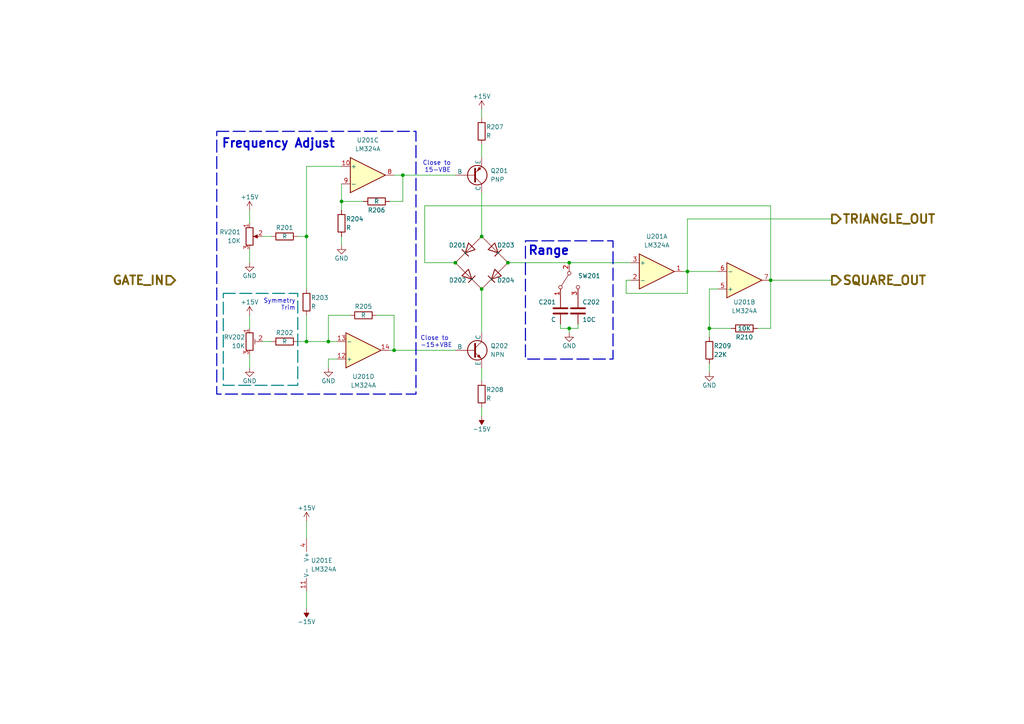
<source format=kicad_sch>
(kicad_sch (version 20230121) (generator eeschema)
  (paper "A4")
  (title_block (title "Diode Bridge Square/Triangle Oscillator") (date "2024-02-24") (rev "0") (company "ZAM Industries, LLC") (comment 1 "Drawn by: Mark Vaughn"))
  (lib_symbols
    (symbol "Amplifier_Operational:LM324A" (pin_names (offset 0.127))
      (property "Reference" "U" (at 0 5.08 0))
      (property "Value" "LM324A" (at 0 -5.08 0))
      (symbol "LM324A_1_1"
        (polyline (pts (xy -5.08 5.08) (xy 5.08 0) (xy -5.08 -5.08) (xy -5.08 5.08)) (stroke (width 0.254)) (fill (type background)))
        (pin output line (at 7.62 0 180) (length 2.54) (name "~") (number "1"))
        (pin input line (at -7.62 -2.54 0) (length 2.54) (name "-") (number "2"))
        (pin input line (at -7.62 2.54 0) (length 2.54) (name "+") (number "3"))
      )
      (symbol "LM324A_2_1"
        (polyline (pts (xy -5.08 5.08) (xy 5.08 0) (xy -5.08 -5.08) (xy -5.08 5.08)) (stroke (width 0.254)) (fill (type background)))
        (pin input line (at -7.62 2.54 0) (length 2.54) (name "+") (number "5"))
        (pin input line (at -7.62 -2.54 0) (length 2.54) (name "-") (number "6"))
        (pin output line (at 7.62 0 180) (length 2.54) (name "~") (number "7"))
      )
      (symbol "LM324A_3_1"
        (polyline (pts (xy -5.08 5.08) (xy 5.08 0) (xy -5.08 -5.08) (xy -5.08 5.08)) (stroke (width 0.254)) (fill (type background)))
        (pin input line (at -7.62 2.54 0) (length 2.54) (name "+") (number "10"))
        (pin output line (at 7.62 0 180) (length 2.54) (name "~") (number "8"))
        (pin input line (at -7.62 -2.54 0) (length 2.54) (name "-") (number "9"))
      )
      (symbol "LM324A_4_1"
        (polyline (pts (xy -5.08 5.08) (xy 5.08 0) (xy -5.08 -5.08) (xy -5.08 5.08)) (stroke (width 0.254)) (fill (type background)))
        (pin input line (at -7.62 2.54 0) (length 2.54) (name "+") (number "12"))
        (pin input line (at -7.62 -2.54 0) (length 2.54) (name "-") (number "13"))
        (pin output line (at 7.62 0 180) (length 2.54) (name "~") (number "14"))
      )
      (symbol "LM324A_5_1"
        (pin power_in line (at -2.54 -7.62 90) (length 3.81) (name "V-") (number "11"))
        (pin power_in line (at -2.54 7.62 270) (length 3.81) (name "V+") (number "4"))
      )
    )
    (symbol "Device:C" (pin_numbers hide) (pin_names (offset 0.254))
      (property "Reference" "C" (at 0.635 2.54 0))
      (property "Value" "C" (at 0.635 -2.54 0))
      (symbol "C_0_1"
        (polyline (pts (xy -2.032 -0.762) (xy 2.032 -0.762)) (stroke (width 0.508)))
        (polyline (pts (xy -2.032 0.762) (xy 2.032 0.762)) (stroke (width 0.508)))
      )
      (symbol "C_1_1"
        (pin passive line (at 0 3.81 270) (length 2.794) (name "~") (number "1"))
        (pin passive line (at 0 -3.81 90) (length 2.794) (name "~") (number "2"))
      )
    )
    (symbol "Device:R" (pin_numbers hide) (pin_names (offset 0))
      (property "Reference" "R" (at 2.032 0 90))
      (property "Value" "R" (at 0 0 90))
      (symbol "R_0_1"
        (rectangle (start -1.016 -2.54) (end 1.016 2.54) (stroke (width 0.254)))
      )
      (symbol "R_1_1"
        (pin passive line (at 0 3.81 270) (length 1.27) (name "~") (number "1"))
        (pin passive line (at 0 -3.81 90) (length 1.27) (name "~") (number "2"))
      )
    )
    (symbol "Device:R_Potentiometer" (pin_names (offset 1.016) hide)
      (property "Reference" "RV" (at -4.445 0 90))
      (property "Value" "R_Potentiometer" (at -2.54 0 90))
      (symbol "R_Potentiometer_0_1"
        (polyline (pts (xy 2.54 0) (xy 1.524 0)))
        (polyline (pts (xy 1.143 0) (xy 2.286 0.508) (xy 2.286 -0.508) (xy 1.143 0)) (fill (type outline)))
        (rectangle (start 1.016 2.54) (end -1.016 -2.54) (stroke (width 0.254)))
      )
      (symbol "R_Potentiometer_1_1"
        (pin passive line (at 0 3.81 270) (length 1.27) (name "1") (number "1"))
        (pin passive line (at 3.81 0 180) (length 1.27) (name "2") (number "2"))
        (pin passive line (at 0 -3.81 90) (length 1.27) (name "3") (number "3"))
      )
    )
    (symbol "Device:R_Potentiometer_Trim" (pin_names (offset 1.016) hide)
      (property "Reference" "RV" (at -4.445 0 90))
      (property "Value" "R_Potentiometer_Trim" (at -2.54 0 90))
      (symbol "R_Potentiometer_Trim_0_1"
        (polyline (pts (xy 1.524 0.762) (xy 1.524 -0.762)))
        (polyline (pts (xy 2.54 0) (xy 1.524 0)))
        (rectangle (start 1.016 2.54) (end -1.016 -2.54) (stroke (width 0.254)))
      )
      (symbol "R_Potentiometer_Trim_1_1"
        (pin passive line (at 0 3.81 270) (length 1.27) (name "1") (number "1"))
        (pin passive line (at 3.81 0 180) (length 1.27) (name "2") (number "2"))
        (pin passive line (at 0 -3.81 90) (length 1.27) (name "3") (number "3"))
      )
    )
    (symbol "Lab06:D_45" (pin_numbers hide) (pin_names hide)
      (property "Reference" "D?" (at -2.54 2.54 0))
      (symbol "D_45_0_1"
        (polyline (pts (xy -1.905 0) (xy 0 -1.905)) (stroke (width 0.254)))
        (polyline (pts (xy -0.9525 -0.9525) (xy -3.81 -3.81)))
        (polyline (pts (xy 0.9525 0.9525) (xy -0.9525 -0.9525)))
        (polyline (pts (xy 0.9525 0.9525) (xy 3.81 3.81)))
        (polyline (pts (xy 0 1.905) (xy 1.905 0) (xy -0.9525 -0.9525) (xy 0 1.905)) (stroke (width 0.254)))
      )
      (symbol "D_45_1_1"
        (pin passive line (at -3.81 -3.81 0) (length 0) (name "K") (number "1"))
        (pin passive line (at 3.81 3.81 180) (length 0) (name "A") (number "2"))
      )
    )
    (symbol "Lab06:SW_SPDT" (pin_names (offset 0) hide)
      (property "Reference" "SW" (at 0 4.318 0))
      (property "Value" "SW_SPDT" (at 0 -5.08 0))
      (symbol "SW_SPDT_0_0"
        (circle (center -2.032 0) (radius 0.508))
        (circle (center 2.032 -2.54) (radius 0.508))
      )
      (symbol "SW_SPDT_0_1"
        (polyline (pts (xy -1.524 0.254) (xy 1.651 2.286)))
        (circle (center 2.032 2.54) (radius 0.508))
      )
      (symbol "SW_SPDT_1_1"
        (pin passive line (at 5.08 2.54 180) (length 2.54) (name "A") (number "1"))
        (pin passive line (at -5.08 0 0) (length 2.54) (name "B") (number "2"))
        (pin passive line (at 5.08 -2.54 180) (length 2.54) (name "C") (number "3"))
      )
    )
    (symbol "Simulation_SPICE:NPN" (pin_numbers hide) (pin_names (offset 0))
      (property "Reference" "Q" (at -2.54 7.62 0))
      (property "Value" "NPN" (at -2.54 5.08 0))
      (symbol "NPN_0_1"
        (polyline (pts (xy -2.54 0) (xy 0.635 0)) (stroke (width 0.1524)))
        (polyline (pts (xy 0.635 0.635) (xy 2.54 2.54)))
        (polyline (pts (xy 2.794 -1.27) (xy 2.794 -1.27)) (stroke (width 0.1524)))
        (polyline (pts (xy 2.794 -1.27) (xy 2.794 -1.27)) (stroke (width 0.1524)))
        (polyline (pts (xy 0.635 -0.635) (xy 2.54 -2.54) (xy 2.54 -2.54)))
        (polyline (pts (xy 0.635 1.905) (xy 0.635 -1.905) (xy 0.635 -1.905)) (stroke (width 0.508)))
        (polyline (pts (xy 1.27 -1.778) (xy 1.778 -1.27) (xy 2.286 -2.286) (xy 1.27 -1.778) (xy 1.27 -1.778)) (fill (type outline)))
        (circle (center 1.27 0) (radius 2.8194) (stroke (width 0.254)))
      )
      (symbol "NPN_1_1"
        (pin open_collector line (at 2.54 5.08 270) (length 2.54) (name "C") (number "1"))
        (pin input line (at -5.08 0 0) (length 2.54) (name "B") (number "2"))
        (pin open_emitter line (at 2.54 -5.08 90) (length 2.54) (name "E") (number "3"))
      )
    )
    (symbol "Simulation_SPICE:PNP" (pin_numbers hide) (pin_names (offset 0))
      (property "Reference" "Q" (at -2.54 7.62 0))
      (property "Value" "PNP" (at -2.54 5.08 0))
      (symbol "PNP_0_1"
        (polyline (pts (xy -2.54 0) (xy 0.635 0)) (stroke (width 0.1524)))
        (polyline (pts (xy 0.635 0.635) (xy 2.54 2.54)))
        (polyline (pts (xy 0.635 -0.635) (xy 2.54 -2.54) (xy 2.54 -2.54)))
        (polyline (pts (xy 0.635 1.905) (xy 0.635 -1.905) (xy 0.635 -1.905)) (stroke (width 0.508)))
        (polyline (pts (xy 2.286 -1.778) (xy 1.778 -2.286) (xy 1.27 -1.27) (xy 2.286 -1.778) (xy 2.286 -1.778)) (fill (type outline)))
        (circle (center 1.27 0) (radius 2.8194) (stroke (width 0.254)))
      )
      (symbol "PNP_1_1"
        (pin open_collector line (at 2.54 5.08 270) (length 2.54) (name "C") (number "1"))
        (pin input line (at -5.08 0 0) (length 2.54) (name "B") (number "2"))
        (pin open_emitter line (at 2.54 -5.08 90) (length 2.54) (name "E") (number "3"))
      )
    )
    (symbol "power:+15V" (power) (pin_names (offset 0))
      (property "Value" "+15V" (at 0 3.556 0))
      (symbol "+15V_0_1"
        (polyline (pts (xy -0.762 1.27) (xy 0 2.54)))
        (polyline (pts (xy 0 0) (xy 0 2.54)))
        (polyline (pts (xy 0 2.54) (xy 0.762 1.27)))
      )
      (symbol "+15V_1_1"
        (pin power_in line (at 0 0 90) (length 0) hide (name "+15V") (number "1"))
      )
    )
    (symbol "power:-15V" (power) (pin_names (offset 0))
      (property "Value" "-15V" (at 0 3.81 0))
      (symbol "-15V_0_0"
        (pin power_in line (at 0 0 90) (length 0) hide (name "-15V") (number "1"))
      )
      (symbol "-15V_0_1"
        (polyline (pts (xy 0 0) (xy 0 1.27) (xy 0.762 1.27) (xy 0 2.54) (xy -0.762 1.27) (xy 0 1.27)) (fill (type outline)))
      )
    )
    (symbol "power:GND" (power) (pin_names (offset 0))
      (property "Value" "GND" (at 0 -3.81 0))
      (symbol "GND_0_1"
        (polyline (pts (xy 0 0) (xy 0 -1.27) (xy 1.27 -1.27) (xy 0 -2.54) (xy -1.27 -1.27) (xy 0 -1.27)))
      )
      (symbol "GND_1_1"
        (pin power_in line (at 0 0 270) (length 0) hide (name "GND") (number "1"))
      )
    )
  )
  (junction (at 88.9 68.58))
  (junction (at 205.74 95.25))
  (junction (at 165.1 76.2))
  (junction (at 99.06 58.42))
  (junction (at 147.32 76.2))
  (junction (at 95.25 99.06))
  (junction (at 165.1 95.25))
  (junction (at 114.3 101.6))
  (junction (at 223.52 81.28))
  (junction (at 88.9 99.06))
  (junction (at 116.84 50.8))
  (junction (at 139.7 68.58))
  (junction (at 199.39 78.74))
  (junction (at 132.08 76.2))
  (junction (at 139.7 83.82))
  (wire (pts (xy 139.7 83.82) (xy 139.7 96.52)))
  (wire (pts (xy 95.25 91.44) (xy 95.25 99.06)))
  (wire (pts (xy 95.25 104.14) (xy 97.79 104.14)))
  (wire (pts (xy 165.1 95.25) (xy 165.1 96.52)))
  (wire (pts (xy 95.25 91.44) (xy 101.6 91.44)))
  (wire (pts (xy 123.19 76.2) (xy 132.08 76.2)))
  (wire (pts (xy 72.39 60.96) (xy 72.39 64.77)))
  (wire (pts (xy 223.52 95.25) (xy 223.52 81.28)))
  (wire (pts (xy 109.22 91.44) (xy 114.3 91.44)))
  (wire (pts (xy 88.9 68.58) (xy 88.9 83.82)))
  (wire (pts (xy 72.39 91.44) (xy 72.39 95.25)))
  (wire (pts (xy 86.36 99.06) (xy 88.9 99.06)))
  (wire (pts (xy 99.06 48.26) (xy 88.9 48.26)))
  (wire (pts (xy 167.64 95.25) (xy 165.1 95.25)))
  (wire (pts (xy 76.2 99.06) (xy 78.74 99.06)))
  (wire (pts (xy 181.61 81.28) (xy 181.61 85.09)))
  (wire (pts (xy 95.25 106.68) (xy 95.25 104.14)))
  (wire (pts (xy 223.52 81.28) (xy 223.52 59.69)))
  (wire (pts (xy 86.36 68.58) (xy 88.9 68.58)))
  (wire (pts (xy 99.06 71.12) (xy 99.06 68.58)))
  (wire (pts (xy 88.9 48.26) (xy 88.9 68.58)))
  (wire (pts (xy 199.39 78.74) (xy 198.12 78.74)))
  (wire (pts (xy 219.71 95.25) (xy 223.52 95.25)))
  (wire (pts (xy 114.3 91.44) (xy 114.3 101.6)))
  (wire (pts (xy 199.39 63.5) (xy 241.3 63.5)))
  (wire (pts (xy 199.39 78.74) (xy 199.39 63.5)))
  (wire (pts (xy 205.74 95.25) (xy 205.74 83.82)))
  (wire (pts (xy 208.28 78.74) (xy 199.39 78.74)))
  (wire (pts (xy 165.1 76.2) (xy 182.88 76.2)))
  (wire (pts (xy 223.52 59.69) (xy 123.19 59.69)))
  (wire (pts (xy 182.88 81.28) (xy 181.61 81.28)))
  (wire (pts (xy 113.03 58.42) (xy 116.84 58.42)))
  (wire (pts (xy 116.84 58.42) (xy 116.84 50.8)))
  (wire (pts (xy 95.25 99.06) (xy 97.79 99.06)))
  (wire (pts (xy 199.39 85.09) (xy 199.39 78.74)))
  (wire (pts (xy 205.74 97.79) (xy 205.74 95.25)))
  (wire (pts (xy 105.41 58.42) (xy 99.06 58.42)))
  (wire (pts (xy 139.7 45.72) (xy 139.7 41.91)))
  (wire (pts (xy 99.06 60.96) (xy 99.06 58.42)))
  (wire (pts (xy 162.56 93.98) (xy 162.56 95.25)))
  (wire (pts (xy 88.9 91.44) (xy 88.9 99.06)))
  (wire (pts (xy 88.9 176.53) (xy 88.9 171.45)))
  (wire (pts (xy 99.06 58.42) (xy 99.06 53.34)))
  (wire (pts (xy 212.09 95.25) (xy 205.74 95.25)))
  (wire (pts (xy 72.39 76.2) (xy 72.39 72.39)))
  (wire (pts (xy 114.3 50.8) (xy 116.84 50.8)))
  (wire (pts (xy 72.39 106.68) (xy 72.39 102.87)))
  (wire (pts (xy 181.61 85.09) (xy 199.39 85.09)))
  (wire (pts (xy 113.03 101.6) (xy 114.3 101.6)))
  (wire (pts (xy 88.9 99.06) (xy 95.25 99.06)))
  (wire (pts (xy 139.7 31.75) (xy 139.7 34.29)))
  (wire (pts (xy 139.7 106.68) (xy 139.7 110.49)))
  (wire (pts (xy 167.64 93.98) (xy 167.64 95.25)))
  (wire (pts (xy 139.7 120.65) (xy 139.7 118.11)))
  (wire (pts (xy 123.19 59.69) (xy 123.19 76.2)))
  (wire (pts (xy 88.9 151.13) (xy 88.9 156.21)))
  (wire (pts (xy 205.74 83.82) (xy 208.28 83.82)))
  (wire (pts (xy 223.52 81.28) (xy 241.3 81.28)))
  (wire (pts (xy 162.56 95.25) (xy 165.1 95.25)))
  (wire (pts (xy 116.84 50.8) (xy 132.08 50.8)))
  (wire (pts (xy 76.2 68.58) (xy 78.74 68.58)))
  (wire (pts (xy 147.32 76.2) (xy 165.1 76.2)))
  (wire (pts (xy 114.3 101.6) (xy 132.08 101.6)))
  (wire (pts (xy 139.7 55.88) (xy 139.7 68.58)))
  (wire (pts (xy 205.74 107.95) (xy 205.74 105.41)))
  (rectangle (start 62.865 38.1) (end 120.65 114.3) (stroke (width 0.3175) (type dash)))
  (rectangle (start 64.77 85.09) (end 86.36 111.76) (stroke (width 0.3175) (type dash) (color 0 132 132 1)))
  (rectangle (start 152.4 69.85) (end 177.8 104.14) (stroke (width 0.3175) (type dash)))
  (text "Close to\n-15+VBE" (at 121.92 100.965 0) (effects (font (size 1.27 1.27)) (justify left bottom)))
  (text "Symmetry\nTrim" (at 85.725 90.17 0) (effects (font (size 1.27 1.27)) (justify right bottom)))
  (text "Close to\n15-VBE" (at 130.81 50.165 0) (effects (font (size 1.27 1.27)) (justify right bottom)))
  (text "Range" (at 153.035 74.295 0) (effects (font (size 2.54 2.54) (thickness 0.508) bold) (justify left bottom)))
  (text "Frequency Adjust" (at 64.135 43.18 0) (effects (font (size 2.54 2.54) (thickness 0.508) bold) (justify left bottom)))
  (hierarchical_label "TRIANGLE_OUT" (shape output) (at 241.3 63.5 0) (effects (font (size 2.54 2.54) (thickness 0.508) bold)))
  (hierarchical_label "GATE_IN" (shape input) (at 50.8 81.28 180) (effects (font (size 2.54 2.54) (thickness 0.508) bold)))
  (hierarchical_label "SQUARE_OUT" (shape output) (at 241.3 81.28 0) (effects (font (size 2.54 2.54) (thickness 0.508) bold)))
  (symbol (lib_id "Device:R_Potentiometer") (at 72.39 68.58 0) (unit 1)
    (property "Reference" "RV201" (at 69.85 67.31 0) (effects (justify right)))
    (property "Value" "10K" (at 69.85 69.85 0) (effects (justify right)))
  )
  (symbol (lib_id "Device:R") (at 88.9 87.63 0) (unit 1)
    (property "Reference" "R203" (at 90.17 86.36 0) (effects (justify left)))
    (property "Value" "R" (at 90.17 88.9 0) (effects (justify left)))
  )
  (symbol (lib_id "Simulation_SPICE:NPN") (at 137.16 101.6 0) (unit 1)
    (property "Reference" "Q202" (at 142.24 100.33 0) (effects (justify left)))
    (property "Value" "NPN" (at 142.24 102.87 0) (effects (justify left)))
    (property "Sim.Device" "NPN" (effects hide))
    (property "Sim.Type" "GUMMELPOON" (effects hide))
    (property "Sim.Pins" "1=C 2=B 3=E" (effects hide))
  )
  (symbol (lib_id "Lab06:SW_SPDT") (at 165.1 81.28 90) (mirror x) (unit 1)
    (property "Reference" "SW201" (at 167.64 80.01 90) (effects (justify right)))
    (property "Value" "RANGE" (effects hide))
  )
  (symbol (lib_id "power:-15V") (at 139.7 120.65 0) (mirror x) (unit 1)
    (property "Reference" "#PWR02" (effects hide))
    (property "Value" "-15V" (at 139.7 124.46 0))
    (instances (project "Lab06" (path "" (reference "#PWR02") (unit 1)) (path "" (reference "#PWR0210") (unit 1))))
  )
  (symbol (lib_id "Amplifier_Operational:LM324A") (at 91.44 163.83 0) (unit 5)
    (property "Reference" "U201" (at 90.17 162.56 0) (effects (justify left)))
    (property "Value" "LM324A" (at 90.17 165.1 0) (effects (justify left)))
    (property "Datasheet" "http://www.ti.com/lit/ds/symlink/lm2902-n.pdf" (effects hide))
  )
  (symbol (lib_id "power:GND") (at 72.39 76.2 0) (unit 1)
    (property "Reference" "#PWR0202" (effects hide))
    (property "Value" "GND" (at 72.39 80.01 0))
  )
  (symbol (lib_id "Device:C") (at 167.64 90.17 0) (unit 1)
    (property "Reference" "C202" (at 168.91 87.63 0) (effects (justify left)))
    (property "Value" "10C" (at 168.91 92.71 0) (effects (justify left)))
  )
  (symbol (lib_id "Device:R") (at 82.55 99.06 90) (unit 1)
    (property "Reference" "R202" (at 82.55 96.52 90))
    (property "Value" "R" (at 82.55 99.06 90))
  )
  (symbol (lib_id "Device:R") (at 205.74 101.6 0) (unit 1)
    (property "Reference" "R209" (at 207.01 100.33 0) (effects (justify left)))
    (property "Value" "22K" (at 207.01 102.87 0) (effects (justify left)))
  )
  (symbol (lib_id "Amplifier_Operational:LM324A") (at 105.41 101.6 0) (mirror x) (unit 4)
    (property "Reference" "U201" (at 105.41 109.22 0))
    (property "Value" "LM324A" (at 105.41 111.76 0))
    (property "Datasheet" "http://www.ti.com/lit/ds/symlink/lm2902-n.pdf" (effects hide))
  )
  (symbol (lib_id "Device:R") (at 82.55 68.58 90) (unit 1)
    (property "Reference" "R201" (at 82.55 66.04 90))
    (property "Value" "R" (at 82.55 68.58 90))
  )
  (symbol (lib_id "Amplifier_Operational:LM324A") (at 190.5 78.74 0) (unit 1)
    (property "Reference" "U201" (at 190.5 68.58 0))
    (property "Value" "LM324A" (at 190.5 71.12 0))
    (property "Datasheet" "http://www.ti.com/lit/ds/symlink/lm2902-n.pdf" (effects hide))
  )
  (symbol (lib_id "Lab06:D_45") (at 135.89 80.01 90) (unit 1)
    (property "Reference" "D202" (at 130.175 81.28 90) (effects (justify right)))
    (property "Value" "~" (at 136.8425 80.9625 90))
  )
  (symbol (lib_id "power:GND") (at 95.25 106.68 0) (unit 1)
    (property "Reference" "#PWR0207" (effects hide))
    (property "Value" "GND" (at 95.25 110.49 0))
  )
  (symbol (lib_id "Device:R") (at 215.9 95.25 90) (unit 1)
    (property "Reference" "R210" (at 215.9 97.79 90))
    (property "Value" "10K" (at 215.9 95.25 90))
  )
  (symbol (lib_id "Lab06:D_45") (at 143.51 72.39 90) (unit 1)
    (property "Reference" "D203" (at 144.145 71.12 90) (effects (justify right)))
    (property "Value" "~" (at 144.4625 73.3425 90))
  )
  (symbol (lib_id "power:+15V") (at 72.39 91.44 0) (unit 1)
    (property "Reference" "#PWR01" (effects hide))
    (property "Value" "+15V" (at 72.39 87.63 0))
    (instances (project "Lab06" (path "" (reference "#PWR01") (unit 1)) (path "" (reference "#PWR0203") (unit 1))))
  )
  (symbol (lib_id "Lab06:D_45") (at 135.89 72.39 0) (unit 1)
    (property "Reference" "D201" (at 132.715 71.12 0))
    (property "Value" "~" (at 134.9375 73.3425 90))
  )
  (symbol (lib_id "Device:R") (at 105.41 91.44 90) (unit 1)
    (property "Reference" "R205" (at 105.41 88.9 90))
    (property "Value" "R" (at 105.41 91.44 90))
  )
  (symbol (lib_id "Device:R") (at 99.06 64.77 0) (unit 1)
    (property "Reference" "R204" (at 100.33 63.5 0) (effects (justify left)))
    (property "Value" "R" (at 100.33 66.04 0) (effects (justify left)))
  )
  (symbol (lib_id "power:+15V") (at 72.39 60.96 0) (unit 1)
    (property "Reference" "#PWR01" (effects hide))
    (property "Value" "+15V" (at 72.39 57.15 0))
    (instances (project "Lab06" (path "" (reference "#PWR01") (unit 1)) (path "" (reference "#PWR0201") (unit 1))))
  )
  (symbol (lib_id "Device:R") (at 109.22 58.42 90) (unit 1)
    (property "Reference" "R206" (at 109.22 60.96 90))
    (property "Value" "R" (at 109.22 58.42 90))
  )
  (symbol (lib_id "power:GND") (at 165.1 96.52 0) (unit 1)
    (property "Reference" "#PWR0211" (effects hide))
    (property "Value" "GND" (at 165.1 100.33 0))
  )
  (symbol (lib_id "power:-15V") (at 88.9 176.53 0) (mirror x) (unit 1)
    (property "Reference" "#PWR02" (effects hide))
    (property "Value" "-15V" (at 88.9 180.34 0))
    (instances (project "Lab06" (path "" (reference "#PWR02") (unit 1)) (path "" (reference "#PWR0206") (unit 1))))
  )
  (symbol (lib_id "Amplifier_Operational:LM324A") (at 215.9 81.28 0) (mirror x) (unit 2)
    (property "Reference" "U201" (at 215.9 87.63 0))
    (property "Value" "LM324A" (at 215.9 90.17 0))
    (property "Datasheet" "http://www.ti.com/lit/ds/symlink/lm2902-n.pdf" (effects hide))
  )
  (symbol (lib_id "power:GND") (at 205.74 107.95 0) (unit 1)
    (property "Reference" "#PWR0212" (effects hide))
    (property "Value" "GND" (at 205.74 111.76 0))
  )
  (symbol (lib_id "power:GND") (at 72.39 106.68 0) (unit 1)
    (property "Reference" "#PWR0204" (effects hide))
    (property "Value" "GND" (at 72.39 110.49 0))
  )
  (symbol (lib_id "Device:R") (at 139.7 38.1 0) (unit 1)
    (property "Reference" "R207" (at 140.97 36.83 0) (effects (justify left)))
    (property "Value" "R" (at 140.97 39.37 0) (effects (justify left)))
  )
  (symbol (lib_id "Device:R") (at 139.7 114.3 0) (unit 1)
    (property "Reference" "R208" (at 140.97 113.03 0) (effects (justify left)))
    (property "Value" "R" (at 140.97 115.57 0) (effects (justify left)))
  )
  (symbol (lib_id "Device:C") (at 162.56 90.17 0) (mirror y) (unit 1)
    (property "Reference" "C201" (at 161.29 87.63 0) (effects (justify left)))
    (property "Value" "C" (at 161.29 92.71 0) (effects (justify left)))
  )
  (symbol (lib_id "Lab06:D_45") (at 143.51 80.01 0) (unit 1)
    (property "Reference" "D204" (at 146.685 81.28 0))
    (property "Value" "~" (at 142.5575 80.9625 90))
  )
  (symbol (lib_id "power:GND") (at 99.06 71.12 0) (unit 1)
    (property "Reference" "#PWR0208" (effects hide))
    (property "Value" "GND" (at 99.06 74.93 0))
  )
  (symbol (lib_id "power:+15V") (at 139.7 31.75 0) (unit 1)
    (property "Reference" "#PWR01" (effects hide))
    (property "Value" "+15V" (at 139.7 27.94 0))
    (instances (project "Lab06" (path "" (reference "#PWR01") (unit 1)) (path "" (reference "#PWR0209") (unit 1))))
  )
  (symbol (lib_id "power:+15V") (at 88.9 151.13 0) (unit 1)
    (property "Reference" "#PWR01" (effects hide))
    (property "Value" "+15V" (at 88.9 147.32 0))
    (instances (project "Lab06" (path "" (reference "#PWR01") (unit 1)) (path "" (reference "#PWR0205") (unit 1))))
  )
  (symbol (lib_id "Amplifier_Operational:LM324A") (at 106.68 50.8 0) (unit 3)
    (property "Reference" "U201" (at 106.68 40.64 0))
    (property "Value" "LM324A" (at 106.68 43.18 0))
    (property "Datasheet" "http://www.ti.com/lit/ds/symlink/lm2902-n.pdf" (effects hide))
  )
  (symbol (lib_id "Device:R_Potentiometer_Trim") (at 72.39 99.06 0) (unit 1)
    (property "Reference" "RV202" (at 71.12 97.79 0) (effects (justify right)))
    (property "Value" "10K" (at 71.12 100.33 0) (effects (justify right)))
  )
  (symbol (lib_id "Simulation_SPICE:PNP") (at 137.16 50.8 0) (mirror x) (unit 1)
    (property "Reference" "Q201" (at 142.24 49.53 0) (effects (justify left)))
    (property "Value" "PNP" (at 142.24 52.07 0) (effects (justify left)))
    (property "Sim.Device" "PNP" (effects hide))
    (property "Sim.Type" "GUMMELPOON" (effects hide))
    (property "Sim.Pins" "1=C 2=B 3=E" (effects hide))
  )
)
</source>
